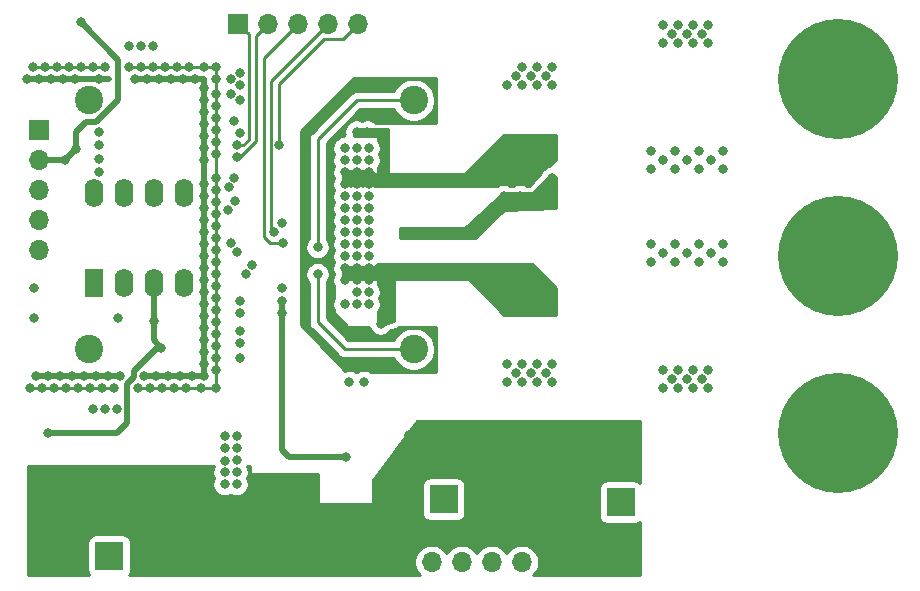
<source format=gbr>
%TF.GenerationSoftware,KiCad,Pcbnew,(5.1.9)-1*%
%TF.CreationDate,2021-11-06T22:46:36-05:00*%
%TF.ProjectId,Discrete_Channel,44697363-7265-4746-955f-4368616e6e65,rev?*%
%TF.SameCoordinates,Original*%
%TF.FileFunction,Copper,L2,Inr*%
%TF.FilePolarity,Positive*%
%FSLAX46Y46*%
G04 Gerber Fmt 4.6, Leading zero omitted, Abs format (unit mm)*
G04 Created by KiCad (PCBNEW (5.1.9)-1) date 2021-11-06 22:46:36*
%MOMM*%
%LPD*%
G01*
G04 APERTURE LIST*
%TA.AperFunction,ComponentPad*%
%ADD10R,2.400000X2.400000*%
%TD*%
%TA.AperFunction,ComponentPad*%
%ADD11C,2.400000*%
%TD*%
%TA.AperFunction,ComponentPad*%
%ADD12R,1.700000X1.700000*%
%TD*%
%TA.AperFunction,ComponentPad*%
%ADD13O,1.700000X1.700000*%
%TD*%
%TA.AperFunction,ComponentPad*%
%ADD14R,1.600000X2.400000*%
%TD*%
%TA.AperFunction,ComponentPad*%
%ADD15O,1.600000X2.400000*%
%TD*%
%TA.AperFunction,ComponentPad*%
%ADD16C,10.160000*%
%TD*%
%TA.AperFunction,ViaPad*%
%ADD17C,0.800000*%
%TD*%
%TA.AperFunction,Conductor*%
%ADD18C,0.250000*%
%TD*%
%TA.AperFunction,Conductor*%
%ADD19C,0.500000*%
%TD*%
%TA.AperFunction,Conductor*%
%ADD20C,0.254000*%
%TD*%
%TA.AperFunction,Conductor*%
%ADD21C,0.100000*%
%TD*%
%TA.AperFunction,NonConductor*%
%ADD22C,0.254000*%
%TD*%
%TA.AperFunction,NonConductor*%
%ADD23C,0.100000*%
%TD*%
G04 APERTURE END LIST*
D10*
%TO.N,/PVDD*%
%TO.C,C1*%
X158496000Y-121666000D03*
D11*
%TO.N,GND*%
X158496000Y-116666000D03*
%TD*%
%TO.N,GND*%
%TO.C,C2*%
X173482000Y-116920000D03*
D10*
%TO.N,/PVDD*%
X173482000Y-121920000D03*
%TD*%
%TO.N,/+12V*%
%TO.C,C17*%
X130175000Y-126492000D03*
D11*
%TO.N,GND*%
X130175000Y-121492000D03*
%TD*%
D12*
%TO.N,/~FAULT*%
%TO.C,J1*%
X141097000Y-81407000D03*
D13*
%TO.N,/~RESET*%
X143637000Y-81407000D03*
%TO.N,/OSC_IOM*%
X146177000Y-81407000D03*
%TO.N,/OSC_IOP*%
X148717000Y-81407000D03*
%TO.N,/~ERROR*%
X151257000Y-81407000D03*
%TD*%
%TO.N,/IN_A*%
%TO.C,J3*%
X124206000Y-100584000D03*
%TO.N,/IN_B*%
X124206000Y-98044000D03*
%TO.N,VEE*%
X124206000Y-95504000D03*
%TO.N,GNDA*%
X124206000Y-92964000D03*
D12*
%TO.N,VCC*%
X124206000Y-90424000D03*
%TD*%
%TO.N,GND*%
%TO.C,J2*%
X154940000Y-127000000D03*
D13*
%TO.N,/+12V*%
X157480000Y-127000000D03*
X160020000Y-127000000D03*
%TO.N,/PVDD*%
X162560000Y-127000000D03*
X165100000Y-127000000D03*
%TO.N,GND*%
X167640000Y-127000000D03*
%TD*%
D11*
%TO.N,Net-(C20-Pad1)*%
%TO.C,C20*%
X155956000Y-108966000D03*
%TO.N,/FB_A*%
X128456000Y-108966000D03*
%TD*%
%TO.N,/FB_B*%
%TO.C,C21*%
X128456000Y-87884000D03*
%TO.N,Net-(C21-Pad1)*%
X155956000Y-87884000D03*
%TD*%
D14*
%TO.N,/FB_A*%
%TO.C,U2*%
X128905000Y-103378000D03*
D15*
%TO.N,GNDA*%
X136525000Y-95758000D03*
%TO.N,Net-(C19-Pad1)*%
X131445000Y-103378000D03*
%TO.N,Net-(C18-Pad1)*%
X133985000Y-95758000D03*
%TO.N,GNDA*%
X133985000Y-103378000D03*
%TO.N,/FB_B*%
X131445000Y-95758000D03*
%TO.N,VEE*%
X136525000Y-103378000D03*
%TO.N,VCC*%
X128905000Y-95758000D03*
%TD*%
D16*
%TO.N,/SPEAKER+*%
%TO.C,J4*%
X191897000Y-86106000D03*
%TO.N,/SPEAKER-*%
X191897000Y-116076000D03*
%TO.N,GND*%
X191897000Y-101096000D03*
%TD*%
D17*
%TO.N,GNDA*%
X123190000Y-86106000D03*
X124206000Y-86106000D03*
X125222000Y-86106000D03*
X126238000Y-86106000D03*
X127254000Y-86106000D03*
X129286000Y-86106000D03*
X132334000Y-86106000D03*
X133350000Y-86106000D03*
X134366000Y-86106000D03*
X135382000Y-86106000D03*
X136398000Y-86106000D03*
X137414000Y-86106000D03*
X138176000Y-86868000D03*
X138176000Y-87884000D03*
X138176000Y-88900000D03*
X138176000Y-89916000D03*
X138176000Y-90932000D03*
X138176000Y-91948000D03*
X138176000Y-94996000D03*
X138176000Y-96012000D03*
X138176000Y-97028000D03*
X138176000Y-98044000D03*
X138176000Y-99060000D03*
X138176000Y-100076000D03*
X138176000Y-101092000D03*
X138176000Y-102108000D03*
X138176000Y-103124000D03*
X138176000Y-104140000D03*
X138176000Y-105156000D03*
X138176000Y-106172000D03*
X138176000Y-107188000D03*
X138176000Y-108204000D03*
X138176000Y-109220000D03*
X138176000Y-110236000D03*
X138176000Y-111252000D03*
X137160000Y-111252000D03*
X136144000Y-111252000D03*
X135128000Y-111252000D03*
X134112000Y-111252000D03*
X133096000Y-111252000D03*
X131064000Y-111252000D03*
X130048000Y-111252000D03*
X129032000Y-111252000D03*
X128016000Y-111252000D03*
X127000000Y-111252000D03*
X125984000Y-111252000D03*
X124968000Y-111252000D03*
X123952000Y-111252000D03*
%TO.N,*%
X123444000Y-112268000D03*
X124460000Y-112268000D03*
X125476000Y-112268000D03*
X126492000Y-112268000D03*
X127508000Y-112268000D03*
X128524000Y-112268000D03*
X129540000Y-112268000D03*
X130556000Y-112268000D03*
X132588000Y-112268000D03*
X133604000Y-112268000D03*
X134620000Y-112268000D03*
X135636000Y-112268000D03*
X136652000Y-112268000D03*
X137922000Y-112268000D03*
X139192000Y-112268000D03*
X139192000Y-110744000D03*
X139192000Y-109728000D03*
X139192000Y-108712000D03*
X139192000Y-106680000D03*
X139192000Y-107696000D03*
X139192000Y-105664000D03*
X139192000Y-104648000D03*
X139192000Y-103632000D03*
X139192000Y-102616000D03*
X139192000Y-101600000D03*
X139192000Y-100584000D03*
X139192000Y-99568000D03*
X139192000Y-98552000D03*
X139192000Y-97536000D03*
X139192000Y-96520000D03*
X139192000Y-95504000D03*
X139192000Y-94488000D03*
X139192000Y-92456000D03*
X139192000Y-91440000D03*
X139192000Y-90424000D03*
X139192000Y-89408000D03*
X139192000Y-88392000D03*
X139192000Y-87376000D03*
X139192000Y-86106000D03*
X138176000Y-85090000D03*
X136906000Y-85090000D03*
X135890000Y-85090000D03*
X134874000Y-85090000D03*
X133858000Y-85090000D03*
X132842000Y-85090000D03*
X131826000Y-85090000D03*
X128778000Y-85090000D03*
X127762000Y-85090000D03*
X126746000Y-85090000D03*
X125730000Y-85090000D03*
X124714000Y-85090000D03*
X123698000Y-85090000D03*
X139192000Y-85090000D03*
X129794000Y-85090000D03*
%TO.N,GNDA*%
X138176000Y-92964000D03*
X124968000Y-116078000D03*
X127762000Y-81280000D03*
%TO.N,/+12V*%
X139954000Y-117348000D03*
X139954000Y-116332000D03*
X140970000Y-116332000D03*
X140970000Y-117348000D03*
X140970000Y-118364000D03*
%TO.N,/OUT_D*%
X152019000Y-90551000D03*
X151130000Y-90551000D03*
%TO.N,/OUT_A*%
X154051000Y-106299000D03*
X153162000Y-106807000D03*
%TO.N,/OUT_B*%
X160274000Y-99060000D03*
X159258000Y-99060000D03*
X167005000Y-95250000D03*
X164211000Y-96774000D03*
X165735000Y-96774000D03*
X167132000Y-96774000D03*
X167640000Y-94488000D03*
X167640000Y-96012000D03*
X166370000Y-96012000D03*
X164973000Y-96012000D03*
X163576000Y-96012000D03*
%TO.N,/OUT_A*%
X167005000Y-104902000D03*
X165735000Y-104902000D03*
X164465000Y-104902000D03*
%TO.N,/SPEAKER+*%
X177038000Y-81534000D03*
X180848000Y-83058000D03*
X178308000Y-81534000D03*
X179578000Y-81534000D03*
X178308000Y-83058000D03*
X180848000Y-81534000D03*
X179578000Y-83058000D03*
X177038000Y-83058000D03*
X180340000Y-82296000D03*
X177800000Y-82296000D03*
X179070000Y-82296000D03*
%TO.N,/SPEAKER-*%
X177038000Y-110744000D03*
X180848000Y-112268000D03*
X178308000Y-110744000D03*
X179578000Y-110744000D03*
X178308000Y-112268000D03*
X180848000Y-110744000D03*
X179578000Y-112268000D03*
X177038000Y-112268000D03*
X180340000Y-111506000D03*
X177800000Y-111506000D03*
X179070000Y-111506000D03*
X163830000Y-110236000D03*
X167640000Y-111760000D03*
X165100000Y-110236000D03*
X166370000Y-110236000D03*
X165100000Y-111760000D03*
X167640000Y-110236000D03*
X166370000Y-111760000D03*
X163830000Y-111760000D03*
X167132000Y-110998000D03*
X164592000Y-110998000D03*
X165862000Y-110998000D03*
%TO.N,/SPEAKER+*%
X167640000Y-86614000D03*
X165100000Y-85090000D03*
X166370000Y-85090000D03*
X165100000Y-86614000D03*
X167640000Y-85090000D03*
X166370000Y-86614000D03*
X163830000Y-86614000D03*
X167132000Y-85852000D03*
X164592000Y-85852000D03*
X165862000Y-85852000D03*
%TO.N,/OUT_D*%
X167132000Y-91948000D03*
X165862000Y-91948000D03*
X164592000Y-91948000D03*
%TO.N,GND*%
X176022000Y-101600000D03*
X180086000Y-100076000D03*
X178054000Y-101600000D03*
X178054000Y-100076000D03*
X180086000Y-101600000D03*
X181102000Y-100838000D03*
X182118000Y-100076000D03*
X182118000Y-101600000D03*
X177038000Y-100838000D03*
X176022000Y-100076000D03*
X179070000Y-100838000D03*
X176022000Y-92202000D03*
X178054000Y-92202000D03*
X180086000Y-92202000D03*
X182118000Y-92202000D03*
X180086000Y-93726000D03*
X178054000Y-93726000D03*
X181102000Y-92964000D03*
X179070000Y-92964000D03*
X177038000Y-92964000D03*
X176022000Y-93726000D03*
X141224000Y-105918000D03*
X141224000Y-104902000D03*
X141732000Y-102616000D03*
X142240000Y-101854000D03*
X140970000Y-100711000D03*
X140462000Y-99949000D03*
X140208000Y-97155000D03*
X140843000Y-96393000D03*
X140335000Y-95250000D03*
X140716000Y-94488000D03*
X140716000Y-89662000D03*
X141224000Y-90678000D03*
%TO.N,/+12V*%
X141224000Y-86614000D03*
X141224000Y-85598000D03*
X141224000Y-87884000D03*
X140462000Y-86106000D03*
X140462000Y-87376000D03*
X141224000Y-107442000D03*
X141224000Y-109728000D03*
X141224000Y-108458000D03*
X139954000Y-119380000D03*
X139954000Y-120396000D03*
X140970000Y-120396000D03*
X140970000Y-119380000D03*
%TO.N,/PVDD*%
X152146000Y-96012000D03*
X151130000Y-97028000D03*
X152146000Y-97028000D03*
X150114000Y-97028000D03*
X150114000Y-96012000D03*
X151130000Y-96012000D03*
X152146000Y-101092000D03*
X150114000Y-101092000D03*
X152146000Y-100076000D03*
X151130000Y-101092000D03*
X151130000Y-100076000D03*
X150114000Y-100076000D03*
%TO.N,GND*%
X151130000Y-105156000D03*
X150114000Y-105156000D03*
X152146000Y-98044000D03*
X151130000Y-98044000D03*
X150114000Y-98044000D03*
X150114000Y-99060000D03*
X151130000Y-99060000D03*
X152146000Y-99060000D03*
X151130000Y-91948000D03*
X150114000Y-91948000D03*
X151130000Y-104140000D03*
X152146000Y-105156000D03*
X151130000Y-92964000D03*
X152146000Y-92964000D03*
X150114000Y-92964000D03*
X152146000Y-91948000D03*
X152146000Y-104140000D03*
X182118000Y-93726000D03*
X142875000Y-120015000D03*
X144145000Y-120015000D03*
X144145000Y-121285000D03*
X142875000Y-121285000D03*
X142875000Y-122555000D03*
X144145000Y-122555000D03*
X142875000Y-123825000D03*
X144145000Y-123825000D03*
X144145000Y-125095000D03*
X142875000Y-125095000D03*
X141605000Y-123825000D03*
X141605000Y-125095000D03*
X141605000Y-122555000D03*
X140335000Y-122555000D03*
X140335000Y-123825000D03*
X140335000Y-125095000D03*
X154305000Y-118745000D03*
X155575000Y-118745000D03*
X156845000Y-118745000D03*
X158115000Y-118745000D03*
X159385000Y-118745000D03*
X160655000Y-118745000D03*
X161925000Y-118745000D03*
X163195000Y-118745000D03*
X164465000Y-118745000D03*
X165735000Y-118745000D03*
X167005000Y-118745000D03*
X168275000Y-118745000D03*
X169545000Y-118745000D03*
X170815000Y-118745000D03*
X172085000Y-118745000D03*
X173355000Y-118745000D03*
X174625000Y-118745000D03*
X170815000Y-117475000D03*
X169545000Y-117475000D03*
X168275000Y-117475000D03*
X167005000Y-117475000D03*
X165735000Y-117475000D03*
X164465000Y-117475000D03*
X163195000Y-117475000D03*
X161925000Y-117475000D03*
X160655000Y-117475000D03*
X160655000Y-116205000D03*
X161925000Y-116205000D03*
X156845000Y-116205000D03*
X156845000Y-117475000D03*
X155575000Y-117475000D03*
X155575000Y-116205000D03*
X170815000Y-116205000D03*
X150495000Y-111760000D03*
X151765000Y-111760000D03*
%TO.N,VCC*%
X129286000Y-93980000D03*
X129286000Y-92837000D03*
X129286000Y-91694000D03*
X129286000Y-90551000D03*
%TO.N,Net-(C14-Pad2)*%
X144780000Y-104902000D03*
X144780000Y-105918000D03*
X150238000Y-118110000D03*
%TO.N,/+12V*%
X140019000Y-118429000D03*
%TO.N,Net-(C19-Pad1)*%
X130958500Y-106299000D03*
X123841000Y-106299000D03*
X123841000Y-103759000D03*
%TO.N,/FB_A*%
X131826000Y-83333500D03*
X133874000Y-83312000D03*
X132842000Y-83312000D03*
%TO.N,/FB_B*%
X130826000Y-114046000D03*
X129794000Y-114046000D03*
X128778000Y-114024500D03*
%TO.N,Net-(C20-Pad1)*%
X147828000Y-102616000D03*
%TO.N,Net-(C21-Pad1)*%
X147828000Y-100330000D03*
%TO.N,/OUT_A*%
X163830000Y-104140000D03*
X167640000Y-104140000D03*
X166370000Y-104140000D03*
X165100000Y-104140000D03*
X152146000Y-103124000D03*
X163830000Y-105664000D03*
X150114000Y-103124000D03*
X165100000Y-105664000D03*
X167640000Y-105664000D03*
X151130000Y-102108000D03*
X150114000Y-102108000D03*
X151130000Y-103124000D03*
X152146000Y-102108000D03*
X166370000Y-105664000D03*
%TO.N,/OUT_B*%
X155194000Y-99060000D03*
X156210000Y-99060000D03*
X157226000Y-99060000D03*
X158242000Y-99060000D03*
%TO.N,/OUT_D*%
X152146000Y-93980000D03*
X152146000Y-94996000D03*
X151130000Y-94996000D03*
X151130000Y-93980000D03*
X150114000Y-94996000D03*
X150114000Y-93980000D03*
X165100000Y-91186000D03*
X166370000Y-91186000D03*
X167640000Y-91186000D03*
X165100000Y-92710000D03*
X166370000Y-92710000D03*
X167640000Y-92710000D03*
X163830000Y-91186000D03*
X163830000Y-92710000D03*
%TO.N,/OSC_IOP*%
X144145000Y-99060000D03*
%TO.N,/OSC_IOM*%
X144907000Y-99949000D03*
%TO.N,/~ERROR*%
X144526000Y-91694000D03*
%TO.N,/~FAULT*%
X140970000Y-91694000D03*
%TO.N,/~RESET*%
X140970000Y-92710000D03*
%TO.N,GNDA*%
X127381000Y-92036500D03*
X126453500Y-92964000D03*
X134598500Y-108839000D03*
X133985000Y-106553000D03*
%TO.N,/DVDD*%
X144780000Y-98298000D03*
X144840942Y-103819942D03*
%TD*%
D18*
%TO.N,GNDA*%
X138176000Y-86106000D02*
X138176000Y-92964000D01*
X138176000Y-92964000D02*
X138176000Y-94996000D01*
%TO.N,*%
X129794000Y-85090000D02*
X123698000Y-85090000D01*
X139192000Y-85090000D02*
X139192000Y-112268000D01*
X139192000Y-112268000D02*
X132588000Y-112268000D01*
X130556000Y-112268000D02*
X123444000Y-112268000D01*
X139192000Y-85090000D02*
X131826000Y-85090000D01*
D19*
%TO.N,Net-(C14-Pad2)*%
X144780000Y-105918000D02*
X144780000Y-104902000D01*
X145415000Y-118110000D02*
X150238000Y-118110000D01*
X144780000Y-117475000D02*
X145415000Y-118110000D01*
X144780000Y-105918000D02*
X144780000Y-117475000D01*
D18*
%TO.N,Net-(C20-Pad1)*%
X155956000Y-108966000D02*
X150114000Y-108966000D01*
X147828000Y-106680000D02*
X147828000Y-102616000D01*
X150114000Y-108966000D02*
X147828000Y-106680000D01*
%TO.N,Net-(C21-Pad1)*%
X155956000Y-87884000D02*
X151130000Y-87884000D01*
X147828000Y-91186000D02*
X147828000Y-100330000D01*
X151130000Y-87884000D02*
X147828000Y-91186000D01*
%TO.N,/OUT_A*%
X167640000Y-104140000D02*
X167640000Y-105410000D01*
X167386000Y-105664000D02*
X163830000Y-105664000D01*
X167640000Y-105410000D02*
X167386000Y-105664000D01*
X167640000Y-104140000D02*
X163830000Y-104140000D01*
X163830000Y-104140000D02*
X163830000Y-105664000D01*
X154051000Y-104013000D02*
X154051000Y-106299000D01*
X152146000Y-102108000D02*
X154051000Y-104013000D01*
X151130000Y-103124000D02*
X151130000Y-102108000D01*
X150114000Y-102108000D02*
X150114000Y-103124000D01*
%TO.N,/OUT_D*%
X167640000Y-92710000D02*
X167640000Y-91186000D01*
X167640000Y-91186000D02*
X163830000Y-91186000D01*
X163830000Y-92710000D02*
X167640000Y-92710000D01*
X163830000Y-92710000D02*
X163830000Y-91186000D01*
%TO.N,/OSC_IOP*%
X144145000Y-98933000D02*
X143891000Y-98679000D01*
X143900999Y-86223001D02*
X148717000Y-81407000D01*
X143900999Y-91938001D02*
X143900999Y-86223001D01*
X143891000Y-98679000D02*
X143891000Y-91948000D01*
%TO.N,/OSC_IOM*%
X144907000Y-99949000D02*
X143764000Y-99949000D01*
X143764000Y-99949000D02*
X143256000Y-99441000D01*
X143256000Y-84328000D02*
X146177000Y-81407000D01*
X143256000Y-85979000D02*
X143256000Y-84328000D01*
X143256000Y-99441000D02*
X143256000Y-85979000D01*
%TO.N,/~ERROR*%
X144526000Y-91694000D02*
X144526000Y-86487000D01*
X144526000Y-86487000D02*
X148336000Y-82677000D01*
X149987000Y-82677000D02*
X148336000Y-82677000D01*
X151257000Y-81407000D02*
X149987000Y-82677000D01*
%TO.N,/~FAULT*%
X141535685Y-91694000D02*
X141986000Y-91243685D01*
X140970000Y-91694000D02*
X141535685Y-91694000D01*
X141986000Y-82296000D02*
X141097000Y-81407000D01*
X141986000Y-91243685D02*
X141986000Y-82296000D01*
%TO.N,/~RESET*%
X140970000Y-92710000D02*
X141224000Y-92710000D01*
X142621000Y-91313000D02*
X142621000Y-82423000D01*
X141224000Y-92710000D02*
X142621000Y-91313000D01*
X142621000Y-82423000D02*
X143637000Y-81407000D01*
D19*
%TO.N,GNDA*%
X127381000Y-90551000D02*
X127381000Y-92036500D01*
X128231001Y-89700999D02*
X127381000Y-90551000D01*
X129081003Y-89700999D02*
X128231001Y-89700999D01*
X130937000Y-87845002D02*
X129081003Y-89700999D01*
X130937000Y-84455000D02*
X130937000Y-87845002D01*
X127762000Y-81280000D02*
X130937000Y-84455000D01*
X127381000Y-92036500D02*
X126453500Y-92964000D01*
X126453500Y-92964000D02*
X124206000Y-92964000D01*
X124968000Y-116078000D02*
X130810000Y-116078000D01*
X130810000Y-116078000D02*
X131699000Y-115189000D01*
X134250998Y-108839000D02*
X134598500Y-108839000D01*
X132245999Y-110843999D02*
X134250998Y-108839000D01*
X132245999Y-111328003D02*
X132245999Y-110843999D01*
X131699000Y-111875002D02*
X132245999Y-111328003D01*
X131699000Y-115189000D02*
X131699000Y-111875002D01*
X134598500Y-108839000D02*
X134598500Y-108817500D01*
X133985000Y-108225500D02*
X134598500Y-108839000D01*
X133985000Y-106553000D02*
X133985000Y-108225500D01*
X133985000Y-106553000D02*
X133985000Y-103378000D01*
X138176000Y-96012000D02*
X138176000Y-111252000D01*
X132334000Y-86106000D02*
X138176000Y-86106000D01*
X138176000Y-92075000D02*
X138176000Y-96012000D01*
X138176000Y-86106000D02*
X138176000Y-92075000D01*
X123190000Y-86106000D02*
X130175000Y-86106000D01*
X133096000Y-111252000D02*
X138176000Y-111252000D01*
X131064000Y-111252000D02*
X123952000Y-111252000D01*
%TD*%
D20*
%TO.N,/OUT_D*%
X168021000Y-92909373D02*
X167423017Y-93475884D01*
X167338102Y-93492774D01*
X167149744Y-93570795D01*
X166980226Y-93684063D01*
X166836063Y-93828226D01*
X166722795Y-93997744D01*
X166644774Y-94186102D01*
X166638141Y-94219450D01*
X166521417Y-94330031D01*
X166514744Y-94332795D01*
X166345226Y-94446063D01*
X166201063Y-94590226D01*
X166122231Y-94708207D01*
X165684394Y-95123000D01*
X165505468Y-95123000D01*
X165463256Y-95094795D01*
X165274898Y-95016774D01*
X165074939Y-94977000D01*
X164871061Y-94977000D01*
X164671102Y-95016774D01*
X164482744Y-95094795D01*
X164440532Y-95123000D01*
X164108468Y-95123000D01*
X164066256Y-95094795D01*
X163877898Y-95016774D01*
X163677939Y-94977000D01*
X163474061Y-94977000D01*
X163274102Y-95016774D01*
X163085744Y-95094795D01*
X163043532Y-95123000D01*
X152678468Y-95123000D01*
X152636256Y-95094795D01*
X152447898Y-95016774D01*
X152247939Y-94977000D01*
X152044061Y-94977000D01*
X151844102Y-95016774D01*
X151655744Y-95094795D01*
X151638000Y-95106651D01*
X151620256Y-95094795D01*
X151431898Y-95016774D01*
X151231939Y-94977000D01*
X151028061Y-94977000D01*
X150828102Y-95016774D01*
X150639744Y-95094795D01*
X150622000Y-95106651D01*
X150604256Y-95094795D01*
X150415898Y-95016774D01*
X150215939Y-94977000D01*
X150012061Y-94977000D01*
X149987000Y-94981985D01*
X149987000Y-93994015D01*
X150012061Y-93999000D01*
X150215939Y-93999000D01*
X150415898Y-93959226D01*
X150604256Y-93881205D01*
X150622000Y-93869349D01*
X150639744Y-93881205D01*
X150828102Y-93959226D01*
X151028061Y-93999000D01*
X151231939Y-93999000D01*
X151431898Y-93959226D01*
X151620256Y-93881205D01*
X151638000Y-93869349D01*
X151655744Y-93881205D01*
X151844102Y-93959226D01*
X152044061Y-93999000D01*
X152247939Y-93999000D01*
X152447898Y-93959226D01*
X152451944Y-93957550D01*
X152564197Y-94069803D01*
X152583443Y-94085597D01*
X152605399Y-94097333D01*
X152629224Y-94104560D01*
X152654000Y-94107000D01*
X160274000Y-94107000D01*
X160298776Y-94104560D01*
X160322601Y-94097333D01*
X160344557Y-94085597D01*
X160363803Y-94069803D01*
X163628606Y-90805000D01*
X168021000Y-90805000D01*
X168021000Y-92909373D01*
%TA.AperFunction,Conductor*%
D21*
G36*
X168021000Y-92909373D02*
G01*
X167423017Y-93475884D01*
X167338102Y-93492774D01*
X167149744Y-93570795D01*
X166980226Y-93684063D01*
X166836063Y-93828226D01*
X166722795Y-93997744D01*
X166644774Y-94186102D01*
X166638141Y-94219450D01*
X166521417Y-94330031D01*
X166514744Y-94332795D01*
X166345226Y-94446063D01*
X166201063Y-94590226D01*
X166122231Y-94708207D01*
X165684394Y-95123000D01*
X165505468Y-95123000D01*
X165463256Y-95094795D01*
X165274898Y-95016774D01*
X165074939Y-94977000D01*
X164871061Y-94977000D01*
X164671102Y-95016774D01*
X164482744Y-95094795D01*
X164440532Y-95123000D01*
X164108468Y-95123000D01*
X164066256Y-95094795D01*
X163877898Y-95016774D01*
X163677939Y-94977000D01*
X163474061Y-94977000D01*
X163274102Y-95016774D01*
X163085744Y-95094795D01*
X163043532Y-95123000D01*
X152678468Y-95123000D01*
X152636256Y-95094795D01*
X152447898Y-95016774D01*
X152247939Y-94977000D01*
X152044061Y-94977000D01*
X151844102Y-95016774D01*
X151655744Y-95094795D01*
X151638000Y-95106651D01*
X151620256Y-95094795D01*
X151431898Y-95016774D01*
X151231939Y-94977000D01*
X151028061Y-94977000D01*
X150828102Y-95016774D01*
X150639744Y-95094795D01*
X150622000Y-95106651D01*
X150604256Y-95094795D01*
X150415898Y-95016774D01*
X150215939Y-94977000D01*
X150012061Y-94977000D01*
X149987000Y-94981985D01*
X149987000Y-93994015D01*
X150012061Y-93999000D01*
X150215939Y-93999000D01*
X150415898Y-93959226D01*
X150604256Y-93881205D01*
X150622000Y-93869349D01*
X150639744Y-93881205D01*
X150828102Y-93959226D01*
X151028061Y-93999000D01*
X151231939Y-93999000D01*
X151431898Y-93959226D01*
X151620256Y-93881205D01*
X151638000Y-93869349D01*
X151655744Y-93881205D01*
X151844102Y-93959226D01*
X152044061Y-93999000D01*
X152247939Y-93999000D01*
X152447898Y-93959226D01*
X152451944Y-93957550D01*
X152564197Y-94069803D01*
X152583443Y-94085597D01*
X152605399Y-94097333D01*
X152629224Y-94104560D01*
X152654000Y-94107000D01*
X160274000Y-94107000D01*
X160298776Y-94104560D01*
X160322601Y-94097333D01*
X160344557Y-94085597D01*
X160363803Y-94069803D01*
X163628606Y-90805000D01*
X168021000Y-90805000D01*
X168021000Y-92909373D01*
G37*
%TD.AperFunction*%
%TD*%
D22*
X147337744Y-101247205D02*
X147526102Y-101325226D01*
X147726061Y-101365000D01*
X147929939Y-101365000D01*
X148129898Y-101325226D01*
X148318256Y-101247205D01*
X148360468Y-101219000D01*
X149083985Y-101219000D01*
X149118774Y-101393898D01*
X149196795Y-101582256D01*
X149208651Y-101600000D01*
X149196795Y-101617744D01*
X149118774Y-101806102D01*
X149079000Y-102006061D01*
X149079000Y-102209939D01*
X149118774Y-102409898D01*
X149196795Y-102598256D01*
X149208651Y-102616000D01*
X149196795Y-102633744D01*
X149118774Y-102822102D01*
X149079000Y-103022061D01*
X149079000Y-103225939D01*
X149118774Y-103425898D01*
X149196795Y-103614256D01*
X149225000Y-103656468D01*
X149225000Y-104623532D01*
X149196795Y-104665744D01*
X149118774Y-104854102D01*
X149079000Y-105054061D01*
X149079000Y-105257939D01*
X149118774Y-105457898D01*
X149196795Y-105646256D01*
X149225000Y-105688468D01*
X149225000Y-105918000D01*
X149227440Y-105942776D01*
X149234667Y-105966601D01*
X149246403Y-105988557D01*
X149262197Y-106007803D01*
X150278197Y-107023803D01*
X150297443Y-107039597D01*
X150319399Y-107051333D01*
X150343224Y-107058560D01*
X150368000Y-107061000D01*
X152157247Y-107061000D01*
X152166774Y-107108898D01*
X152244795Y-107297256D01*
X152358063Y-107466774D01*
X152502226Y-107610937D01*
X152671744Y-107724205D01*
X152860102Y-107802226D01*
X153060061Y-107842000D01*
X153263939Y-107842000D01*
X153463898Y-107802226D01*
X153652256Y-107724205D01*
X153821774Y-107610937D01*
X153965937Y-107466774D01*
X154054654Y-107334000D01*
X154152939Y-107334000D01*
X154352898Y-107294226D01*
X154541256Y-107216205D01*
X154710774Y-107102937D01*
X154752711Y-107061000D01*
X157861000Y-107061000D01*
X157861000Y-110871000D01*
X152297468Y-110871000D01*
X152255256Y-110842795D01*
X152066898Y-110764774D01*
X151866939Y-110725000D01*
X151663061Y-110725000D01*
X151463102Y-110764774D01*
X151274744Y-110842795D01*
X151232532Y-110871000D01*
X151027468Y-110871000D01*
X150985256Y-110842795D01*
X150796898Y-110764774D01*
X150596939Y-110725000D01*
X150393061Y-110725000D01*
X150193102Y-110764774D01*
X150104025Y-110801671D01*
X146431000Y-106883778D01*
X146431000Y-102514061D01*
X146793000Y-102514061D01*
X146793000Y-102717939D01*
X146832774Y-102917898D01*
X146910795Y-103106256D01*
X147024063Y-103275774D01*
X147068001Y-103319712D01*
X147068000Y-106642677D01*
X147064324Y-106680000D01*
X147068000Y-106717322D01*
X147068000Y-106717332D01*
X147078997Y-106828985D01*
X147110845Y-106933974D01*
X147122454Y-106972246D01*
X147193026Y-107104276D01*
X147214958Y-107131000D01*
X147287999Y-107220001D01*
X147317003Y-107243804D01*
X149550201Y-109477003D01*
X149573999Y-109506001D01*
X149689724Y-109600974D01*
X149821753Y-109671546D01*
X149965014Y-109715003D01*
X150076667Y-109726000D01*
X150076676Y-109726000D01*
X150113999Y-109729676D01*
X150151322Y-109726000D01*
X154284612Y-109726000D01*
X154329844Y-109835199D01*
X154530662Y-110135744D01*
X154786256Y-110391338D01*
X155086801Y-110592156D01*
X155420750Y-110730482D01*
X155775268Y-110801000D01*
X156136732Y-110801000D01*
X156491250Y-110730482D01*
X156825199Y-110592156D01*
X157125744Y-110391338D01*
X157381338Y-110135744D01*
X157582156Y-109835199D01*
X157720482Y-109501250D01*
X157791000Y-109146732D01*
X157791000Y-108785268D01*
X157720482Y-108430750D01*
X157582156Y-108096801D01*
X157381338Y-107796256D01*
X157125744Y-107540662D01*
X156825199Y-107339844D01*
X156491250Y-107201518D01*
X156136732Y-107131000D01*
X155775268Y-107131000D01*
X155420750Y-107201518D01*
X155086801Y-107339844D01*
X154786256Y-107540662D01*
X154530662Y-107796256D01*
X154329844Y-108096801D01*
X154284612Y-108206000D01*
X150428802Y-108206000D01*
X148588000Y-106365199D01*
X148588000Y-103319711D01*
X148631937Y-103275774D01*
X148745205Y-103106256D01*
X148823226Y-102917898D01*
X148863000Y-102717939D01*
X148863000Y-102514061D01*
X148823226Y-102314102D01*
X148745205Y-102125744D01*
X148631937Y-101956226D01*
X148487774Y-101812063D01*
X148318256Y-101698795D01*
X148129898Y-101620774D01*
X147929939Y-101581000D01*
X147726061Y-101581000D01*
X147526102Y-101620774D01*
X147337744Y-101698795D01*
X147168226Y-101812063D01*
X147024063Y-101956226D01*
X146910795Y-102125744D01*
X146832774Y-102314102D01*
X146793000Y-102514061D01*
X146431000Y-102514061D01*
X146431000Y-101219000D01*
X147295532Y-101219000D01*
X147337744Y-101247205D01*
%TA.AperFunction,NonConductor*%
D23*
G36*
X147337744Y-101247205D02*
G01*
X147526102Y-101325226D01*
X147726061Y-101365000D01*
X147929939Y-101365000D01*
X148129898Y-101325226D01*
X148318256Y-101247205D01*
X148360468Y-101219000D01*
X149083985Y-101219000D01*
X149118774Y-101393898D01*
X149196795Y-101582256D01*
X149208651Y-101600000D01*
X149196795Y-101617744D01*
X149118774Y-101806102D01*
X149079000Y-102006061D01*
X149079000Y-102209939D01*
X149118774Y-102409898D01*
X149196795Y-102598256D01*
X149208651Y-102616000D01*
X149196795Y-102633744D01*
X149118774Y-102822102D01*
X149079000Y-103022061D01*
X149079000Y-103225939D01*
X149118774Y-103425898D01*
X149196795Y-103614256D01*
X149225000Y-103656468D01*
X149225000Y-104623532D01*
X149196795Y-104665744D01*
X149118774Y-104854102D01*
X149079000Y-105054061D01*
X149079000Y-105257939D01*
X149118774Y-105457898D01*
X149196795Y-105646256D01*
X149225000Y-105688468D01*
X149225000Y-105918000D01*
X149227440Y-105942776D01*
X149234667Y-105966601D01*
X149246403Y-105988557D01*
X149262197Y-106007803D01*
X150278197Y-107023803D01*
X150297443Y-107039597D01*
X150319399Y-107051333D01*
X150343224Y-107058560D01*
X150368000Y-107061000D01*
X152157247Y-107061000D01*
X152166774Y-107108898D01*
X152244795Y-107297256D01*
X152358063Y-107466774D01*
X152502226Y-107610937D01*
X152671744Y-107724205D01*
X152860102Y-107802226D01*
X153060061Y-107842000D01*
X153263939Y-107842000D01*
X153463898Y-107802226D01*
X153652256Y-107724205D01*
X153821774Y-107610937D01*
X153965937Y-107466774D01*
X154054654Y-107334000D01*
X154152939Y-107334000D01*
X154352898Y-107294226D01*
X154541256Y-107216205D01*
X154710774Y-107102937D01*
X154752711Y-107061000D01*
X157861000Y-107061000D01*
X157861000Y-110871000D01*
X152297468Y-110871000D01*
X152255256Y-110842795D01*
X152066898Y-110764774D01*
X151866939Y-110725000D01*
X151663061Y-110725000D01*
X151463102Y-110764774D01*
X151274744Y-110842795D01*
X151232532Y-110871000D01*
X151027468Y-110871000D01*
X150985256Y-110842795D01*
X150796898Y-110764774D01*
X150596939Y-110725000D01*
X150393061Y-110725000D01*
X150193102Y-110764774D01*
X150104025Y-110801671D01*
X146431000Y-106883778D01*
X146431000Y-102514061D01*
X146793000Y-102514061D01*
X146793000Y-102717939D01*
X146832774Y-102917898D01*
X146910795Y-103106256D01*
X147024063Y-103275774D01*
X147068001Y-103319712D01*
X147068000Y-106642677D01*
X147064324Y-106680000D01*
X147068000Y-106717322D01*
X147068000Y-106717332D01*
X147078997Y-106828985D01*
X147110845Y-106933974D01*
X147122454Y-106972246D01*
X147193026Y-107104276D01*
X147214958Y-107131000D01*
X147287999Y-107220001D01*
X147317003Y-107243804D01*
X149550201Y-109477003D01*
X149573999Y-109506001D01*
X149689724Y-109600974D01*
X149821753Y-109671546D01*
X149965014Y-109715003D01*
X150076667Y-109726000D01*
X150076676Y-109726000D01*
X150113999Y-109729676D01*
X150151322Y-109726000D01*
X154284612Y-109726000D01*
X154329844Y-109835199D01*
X154530662Y-110135744D01*
X154786256Y-110391338D01*
X155086801Y-110592156D01*
X155420750Y-110730482D01*
X155775268Y-110801000D01*
X156136732Y-110801000D01*
X156491250Y-110730482D01*
X156825199Y-110592156D01*
X157125744Y-110391338D01*
X157381338Y-110135744D01*
X157582156Y-109835199D01*
X157720482Y-109501250D01*
X157791000Y-109146732D01*
X157791000Y-108785268D01*
X157720482Y-108430750D01*
X157582156Y-108096801D01*
X157381338Y-107796256D01*
X157125744Y-107540662D01*
X156825199Y-107339844D01*
X156491250Y-107201518D01*
X156136732Y-107131000D01*
X155775268Y-107131000D01*
X155420750Y-107201518D01*
X155086801Y-107339844D01*
X154786256Y-107540662D01*
X154530662Y-107796256D01*
X154329844Y-108096801D01*
X154284612Y-108206000D01*
X150428802Y-108206000D01*
X148588000Y-106365199D01*
X148588000Y-103319711D01*
X148631937Y-103275774D01*
X148745205Y-103106256D01*
X148823226Y-102917898D01*
X148863000Y-102717939D01*
X148863000Y-102514061D01*
X148823226Y-102314102D01*
X148745205Y-102125744D01*
X148631937Y-101956226D01*
X148487774Y-101812063D01*
X148318256Y-101698795D01*
X148129898Y-101620774D01*
X147929939Y-101581000D01*
X147726061Y-101581000D01*
X147526102Y-101620774D01*
X147337744Y-101698795D01*
X147168226Y-101812063D01*
X147024063Y-101956226D01*
X146910795Y-102125744D01*
X146832774Y-102314102D01*
X146793000Y-102514061D01*
X146431000Y-102514061D01*
X146431000Y-101219000D01*
X147295532Y-101219000D01*
X147337744Y-101247205D01*
G37*
%TD.AperFunction*%
D22*
X157861000Y-89789000D02*
X152720711Y-89789000D01*
X152678774Y-89747063D01*
X152509256Y-89633795D01*
X152320898Y-89555774D01*
X152120939Y-89516000D01*
X151917061Y-89516000D01*
X151717102Y-89555774D01*
X151574500Y-89614842D01*
X151431898Y-89555774D01*
X151231939Y-89516000D01*
X151028061Y-89516000D01*
X150828102Y-89555774D01*
X150639744Y-89633795D01*
X150470226Y-89747063D01*
X150326063Y-89891226D01*
X150212795Y-90060744D01*
X150134774Y-90249102D01*
X150095000Y-90449061D01*
X150095000Y-90652939D01*
X150114653Y-90751741D01*
X149938827Y-90927567D01*
X149812102Y-90952774D01*
X149623744Y-91030795D01*
X149454226Y-91144063D01*
X149310063Y-91288226D01*
X149196795Y-91457744D01*
X149118774Y-91646102D01*
X149079000Y-91846061D01*
X149079000Y-92049939D01*
X149118774Y-92249898D01*
X149196795Y-92438256D01*
X149208651Y-92456000D01*
X149196795Y-92473744D01*
X149118774Y-92662102D01*
X149079000Y-92862061D01*
X149079000Y-93065939D01*
X149118774Y-93265898D01*
X149196795Y-93454256D01*
X149208651Y-93472000D01*
X149196795Y-93489744D01*
X149118774Y-93678102D01*
X149079000Y-93878061D01*
X149079000Y-94081939D01*
X149118774Y-94281898D01*
X149196795Y-94470256D01*
X149208651Y-94488000D01*
X149196795Y-94505744D01*
X149118774Y-94694102D01*
X149079000Y-94894061D01*
X149079000Y-95097939D01*
X149118774Y-95297898D01*
X149196795Y-95486256D01*
X149208651Y-95504000D01*
X149196795Y-95521744D01*
X149118774Y-95710102D01*
X149079000Y-95910061D01*
X149079000Y-96113939D01*
X149118774Y-96313898D01*
X149196795Y-96502256D01*
X149208651Y-96520000D01*
X149196795Y-96537744D01*
X149118774Y-96726102D01*
X149079000Y-96926061D01*
X149079000Y-97129939D01*
X149118774Y-97329898D01*
X149196795Y-97518256D01*
X149208651Y-97536000D01*
X149196795Y-97553744D01*
X149118774Y-97742102D01*
X149079000Y-97942061D01*
X149079000Y-98145939D01*
X149118774Y-98345898D01*
X149196795Y-98534256D01*
X149208651Y-98552000D01*
X149196795Y-98569744D01*
X149118774Y-98758102D01*
X149079000Y-98958061D01*
X149079000Y-99161939D01*
X149118774Y-99361898D01*
X149196795Y-99550256D01*
X149208651Y-99568000D01*
X149196795Y-99585744D01*
X149118774Y-99774102D01*
X149079000Y-99974061D01*
X149079000Y-100177939D01*
X149118774Y-100377898D01*
X149196795Y-100566256D01*
X149208651Y-100584000D01*
X149196795Y-100601744D01*
X149118774Y-100790102D01*
X149079000Y-100990061D01*
X149079000Y-101193939D01*
X149118774Y-101393898D01*
X149151539Y-101473000D01*
X146431000Y-101473000D01*
X146431000Y-100228061D01*
X146793000Y-100228061D01*
X146793000Y-100431939D01*
X146832774Y-100631898D01*
X146910795Y-100820256D01*
X147024063Y-100989774D01*
X147168226Y-101133937D01*
X147337744Y-101247205D01*
X147526102Y-101325226D01*
X147726061Y-101365000D01*
X147929939Y-101365000D01*
X148129898Y-101325226D01*
X148318256Y-101247205D01*
X148487774Y-101133937D01*
X148631937Y-100989774D01*
X148745205Y-100820256D01*
X148823226Y-100631898D01*
X148863000Y-100431939D01*
X148863000Y-100228061D01*
X148823226Y-100028102D01*
X148745205Y-99839744D01*
X148631937Y-99670226D01*
X148588000Y-99626289D01*
X148588000Y-91500801D01*
X151444802Y-88644000D01*
X154284612Y-88644000D01*
X154329844Y-88753199D01*
X154530662Y-89053744D01*
X154786256Y-89309338D01*
X155086801Y-89510156D01*
X155420750Y-89648482D01*
X155775268Y-89719000D01*
X156136732Y-89719000D01*
X156491250Y-89648482D01*
X156825199Y-89510156D01*
X157125744Y-89309338D01*
X157381338Y-89053744D01*
X157582156Y-88753199D01*
X157720482Y-88419250D01*
X157791000Y-88064732D01*
X157791000Y-87703268D01*
X157720482Y-87348750D01*
X157582156Y-87014801D01*
X157381338Y-86714256D01*
X157125744Y-86458662D01*
X156825199Y-86257844D01*
X156491250Y-86119518D01*
X156136732Y-86049000D01*
X155775268Y-86049000D01*
X155420750Y-86119518D01*
X155086801Y-86257844D01*
X154786256Y-86458662D01*
X154530662Y-86714256D01*
X154329844Y-87014801D01*
X154284612Y-87124000D01*
X151167322Y-87124000D01*
X151129999Y-87120324D01*
X151092676Y-87124000D01*
X151092667Y-87124000D01*
X150981014Y-87134997D01*
X150837753Y-87178454D01*
X150705724Y-87249026D01*
X150589999Y-87343999D01*
X150566201Y-87372997D01*
X147317003Y-90622196D01*
X147287999Y-90645999D01*
X147232871Y-90713174D01*
X147193026Y-90761724D01*
X147144292Y-90852898D01*
X147122454Y-90893754D01*
X147078997Y-91037015D01*
X147068000Y-91148668D01*
X147068000Y-91148678D01*
X147064324Y-91186000D01*
X147068000Y-91223322D01*
X147068001Y-99626288D01*
X147024063Y-99670226D01*
X146910795Y-99839744D01*
X146832774Y-100028102D01*
X146793000Y-100228061D01*
X146431000Y-100228061D01*
X146431000Y-90476606D01*
X150928606Y-85979000D01*
X157861000Y-85979000D01*
X157861000Y-89789000D01*
%TA.AperFunction,NonConductor*%
D23*
G36*
X157861000Y-89789000D02*
G01*
X152720711Y-89789000D01*
X152678774Y-89747063D01*
X152509256Y-89633795D01*
X152320898Y-89555774D01*
X152120939Y-89516000D01*
X151917061Y-89516000D01*
X151717102Y-89555774D01*
X151574500Y-89614842D01*
X151431898Y-89555774D01*
X151231939Y-89516000D01*
X151028061Y-89516000D01*
X150828102Y-89555774D01*
X150639744Y-89633795D01*
X150470226Y-89747063D01*
X150326063Y-89891226D01*
X150212795Y-90060744D01*
X150134774Y-90249102D01*
X150095000Y-90449061D01*
X150095000Y-90652939D01*
X150114653Y-90751741D01*
X149938827Y-90927567D01*
X149812102Y-90952774D01*
X149623744Y-91030795D01*
X149454226Y-91144063D01*
X149310063Y-91288226D01*
X149196795Y-91457744D01*
X149118774Y-91646102D01*
X149079000Y-91846061D01*
X149079000Y-92049939D01*
X149118774Y-92249898D01*
X149196795Y-92438256D01*
X149208651Y-92456000D01*
X149196795Y-92473744D01*
X149118774Y-92662102D01*
X149079000Y-92862061D01*
X149079000Y-93065939D01*
X149118774Y-93265898D01*
X149196795Y-93454256D01*
X149208651Y-93472000D01*
X149196795Y-93489744D01*
X149118774Y-93678102D01*
X149079000Y-93878061D01*
X149079000Y-94081939D01*
X149118774Y-94281898D01*
X149196795Y-94470256D01*
X149208651Y-94488000D01*
X149196795Y-94505744D01*
X149118774Y-94694102D01*
X149079000Y-94894061D01*
X149079000Y-95097939D01*
X149118774Y-95297898D01*
X149196795Y-95486256D01*
X149208651Y-95504000D01*
X149196795Y-95521744D01*
X149118774Y-95710102D01*
X149079000Y-95910061D01*
X149079000Y-96113939D01*
X149118774Y-96313898D01*
X149196795Y-96502256D01*
X149208651Y-96520000D01*
X149196795Y-96537744D01*
X149118774Y-96726102D01*
X149079000Y-96926061D01*
X149079000Y-97129939D01*
X149118774Y-97329898D01*
X149196795Y-97518256D01*
X149208651Y-97536000D01*
X149196795Y-97553744D01*
X149118774Y-97742102D01*
X149079000Y-97942061D01*
X149079000Y-98145939D01*
X149118774Y-98345898D01*
X149196795Y-98534256D01*
X149208651Y-98552000D01*
X149196795Y-98569744D01*
X149118774Y-98758102D01*
X149079000Y-98958061D01*
X149079000Y-99161939D01*
X149118774Y-99361898D01*
X149196795Y-99550256D01*
X149208651Y-99568000D01*
X149196795Y-99585744D01*
X149118774Y-99774102D01*
X149079000Y-99974061D01*
X149079000Y-100177939D01*
X149118774Y-100377898D01*
X149196795Y-100566256D01*
X149208651Y-100584000D01*
X149196795Y-100601744D01*
X149118774Y-100790102D01*
X149079000Y-100990061D01*
X149079000Y-101193939D01*
X149118774Y-101393898D01*
X149151539Y-101473000D01*
X146431000Y-101473000D01*
X146431000Y-100228061D01*
X146793000Y-100228061D01*
X146793000Y-100431939D01*
X146832774Y-100631898D01*
X146910795Y-100820256D01*
X147024063Y-100989774D01*
X147168226Y-101133937D01*
X147337744Y-101247205D01*
X147526102Y-101325226D01*
X147726061Y-101365000D01*
X147929939Y-101365000D01*
X148129898Y-101325226D01*
X148318256Y-101247205D01*
X148487774Y-101133937D01*
X148631937Y-100989774D01*
X148745205Y-100820256D01*
X148823226Y-100631898D01*
X148863000Y-100431939D01*
X148863000Y-100228061D01*
X148823226Y-100028102D01*
X148745205Y-99839744D01*
X148631937Y-99670226D01*
X148588000Y-99626289D01*
X148588000Y-91500801D01*
X151444802Y-88644000D01*
X154284612Y-88644000D01*
X154329844Y-88753199D01*
X154530662Y-89053744D01*
X154786256Y-89309338D01*
X155086801Y-89510156D01*
X155420750Y-89648482D01*
X155775268Y-89719000D01*
X156136732Y-89719000D01*
X156491250Y-89648482D01*
X156825199Y-89510156D01*
X157125744Y-89309338D01*
X157381338Y-89053744D01*
X157582156Y-88753199D01*
X157720482Y-88419250D01*
X157791000Y-88064732D01*
X157791000Y-87703268D01*
X157720482Y-87348750D01*
X157582156Y-87014801D01*
X157381338Y-86714256D01*
X157125744Y-86458662D01*
X156825199Y-86257844D01*
X156491250Y-86119518D01*
X156136732Y-86049000D01*
X155775268Y-86049000D01*
X155420750Y-86119518D01*
X155086801Y-86257844D01*
X154786256Y-86458662D01*
X154530662Y-86714256D01*
X154329844Y-87014801D01*
X154284612Y-87124000D01*
X151167322Y-87124000D01*
X151129999Y-87120324D01*
X151092676Y-87124000D01*
X151092667Y-87124000D01*
X150981014Y-87134997D01*
X150837753Y-87178454D01*
X150705724Y-87249026D01*
X150589999Y-87343999D01*
X150566201Y-87372997D01*
X147317003Y-90622196D01*
X147287999Y-90645999D01*
X147232871Y-90713174D01*
X147193026Y-90761724D01*
X147144292Y-90852898D01*
X147122454Y-90893754D01*
X147078997Y-91037015D01*
X147068000Y-91148668D01*
X147068000Y-91148678D01*
X147064324Y-91186000D01*
X147068000Y-91223322D01*
X147068001Y-99626288D01*
X147024063Y-99670226D01*
X146910795Y-99839744D01*
X146832774Y-100028102D01*
X146793000Y-100228061D01*
X146431000Y-100228061D01*
X146431000Y-90476606D01*
X150928606Y-85979000D01*
X157861000Y-85979000D01*
X157861000Y-89789000D01*
G37*
%TD.AperFunction*%
D20*
%TO.N,/OUT_B*%
X168021000Y-97031577D02*
X163699373Y-97155052D01*
X163674676Y-97158199D01*
X163651068Y-97166103D01*
X163629456Y-97178462D01*
X163615529Y-97189925D01*
X161112292Y-99568000D01*
X154813000Y-99568000D01*
X154813000Y-98679000D01*
X160274000Y-98679000D01*
X160298776Y-98676560D01*
X160322601Y-98669333D01*
X160344557Y-98657597D01*
X160359986Y-98645463D01*
X163498533Y-95758000D01*
X165989000Y-95758000D01*
X166013776Y-95755560D01*
X166037601Y-95748333D01*
X166059557Y-95736597D01*
X166078803Y-95720803D01*
X167438606Y-94361000D01*
X168021000Y-94361000D01*
X168021000Y-97031577D01*
%TA.AperFunction,Conductor*%
D21*
G36*
X168021000Y-97031577D02*
G01*
X163699373Y-97155052D01*
X163674676Y-97158199D01*
X163651068Y-97166103D01*
X163629456Y-97178462D01*
X163615529Y-97189925D01*
X161112292Y-99568000D01*
X154813000Y-99568000D01*
X154813000Y-98679000D01*
X160274000Y-98679000D01*
X160298776Y-98676560D01*
X160322601Y-98669333D01*
X160344557Y-98657597D01*
X160359986Y-98645463D01*
X163498533Y-95758000D01*
X165989000Y-95758000D01*
X166013776Y-95755560D01*
X166037601Y-95748333D01*
X166059557Y-95736597D01*
X166078803Y-95720803D01*
X167438606Y-94361000D01*
X168021000Y-94361000D01*
X168021000Y-97031577D01*
G37*
%TD.AperFunction*%
%TD*%
D20*
%TO.N,/OUT_A*%
X168021000Y-103811606D02*
X168021000Y-106045000D01*
X163628606Y-106045000D01*
X160617803Y-103034197D01*
X160598557Y-103018403D01*
X160576601Y-103006667D01*
X160552776Y-102999440D01*
X160528000Y-102997000D01*
X149987000Y-102997000D01*
X149987000Y-102122015D01*
X150012061Y-102127000D01*
X150215939Y-102127000D01*
X150415898Y-102087226D01*
X150604256Y-102009205D01*
X150622000Y-101997349D01*
X150639744Y-102009205D01*
X150828102Y-102087226D01*
X151028061Y-102127000D01*
X151231939Y-102127000D01*
X151431898Y-102087226D01*
X151620256Y-102009205D01*
X151638000Y-101997349D01*
X151655744Y-102009205D01*
X151844102Y-102087226D01*
X152044061Y-102127000D01*
X152247939Y-102127000D01*
X152447898Y-102087226D01*
X152636256Y-102009205D01*
X152805774Y-101895937D01*
X152949937Y-101751774D01*
X152966490Y-101727000D01*
X165936394Y-101727000D01*
X168021000Y-103811606D01*
%TA.AperFunction,Conductor*%
D21*
G36*
X168021000Y-103811606D02*
G01*
X168021000Y-106045000D01*
X163628606Y-106045000D01*
X160617803Y-103034197D01*
X160598557Y-103018403D01*
X160576601Y-103006667D01*
X160552776Y-102999440D01*
X160528000Y-102997000D01*
X149987000Y-102997000D01*
X149987000Y-102122015D01*
X150012061Y-102127000D01*
X150215939Y-102127000D01*
X150415898Y-102087226D01*
X150604256Y-102009205D01*
X150622000Y-101997349D01*
X150639744Y-102009205D01*
X150828102Y-102087226D01*
X151028061Y-102127000D01*
X151231939Y-102127000D01*
X151431898Y-102087226D01*
X151620256Y-102009205D01*
X151638000Y-101997349D01*
X151655744Y-102009205D01*
X151844102Y-102087226D01*
X152044061Y-102127000D01*
X152247939Y-102127000D01*
X152447898Y-102087226D01*
X152636256Y-102009205D01*
X152805774Y-101895937D01*
X152949937Y-101751774D01*
X152966490Y-101727000D01*
X165936394Y-101727000D01*
X168021000Y-103811606D01*
G37*
%TD.AperFunction*%
%TD*%
D20*
%TO.N,/OUT_A*%
X154305000Y-106586201D02*
X152908000Y-107016047D01*
X152908000Y-105857711D01*
X152949937Y-105815774D01*
X153063205Y-105646256D01*
X153141226Y-105457898D01*
X153181000Y-105257939D01*
X153181000Y-105054061D01*
X153141226Y-104854102D01*
X153063205Y-104665744D01*
X153051349Y-104648000D01*
X153063205Y-104630256D01*
X153141226Y-104441898D01*
X153181000Y-104241939D01*
X153181000Y-104038061D01*
X153141226Y-103838102D01*
X153063205Y-103649744D01*
X152949937Y-103480226D01*
X152908000Y-103438289D01*
X152908000Y-103025896D01*
X154305000Y-102999429D01*
X154305000Y-106586201D01*
%TA.AperFunction,Conductor*%
D21*
G36*
X154305000Y-106586201D02*
G01*
X152908000Y-107016047D01*
X152908000Y-105857711D01*
X152949937Y-105815774D01*
X153063205Y-105646256D01*
X153141226Y-105457898D01*
X153181000Y-105257939D01*
X153181000Y-105054061D01*
X153141226Y-104854102D01*
X153063205Y-104665744D01*
X153051349Y-104648000D01*
X153063205Y-104630256D01*
X153141226Y-104441898D01*
X153181000Y-104241939D01*
X153181000Y-104038061D01*
X153141226Y-103838102D01*
X153063205Y-103649744D01*
X152949937Y-103480226D01*
X152908000Y-103438289D01*
X152908000Y-103025896D01*
X154305000Y-102999429D01*
X154305000Y-106586201D01*
G37*
%TD.AperFunction*%
%TD*%
D20*
%TO.N,/OUT_D*%
X153797000Y-94107000D02*
X152908000Y-94107000D01*
X152908000Y-93665711D01*
X152949937Y-93623774D01*
X153063205Y-93454256D01*
X153141226Y-93265898D01*
X153181000Y-93065939D01*
X153181000Y-92862061D01*
X153141226Y-92662102D01*
X153063205Y-92473744D01*
X153051349Y-92456000D01*
X153063205Y-92438256D01*
X153141226Y-92249898D01*
X153181000Y-92049939D01*
X153181000Y-91846061D01*
X153141226Y-91646102D01*
X153063205Y-91457744D01*
X152949937Y-91288226D01*
X152908000Y-91246289D01*
X152908000Y-91059000D01*
X152905560Y-91034224D01*
X152898333Y-91010399D01*
X152886597Y-90988443D01*
X152870803Y-90969197D01*
X152851557Y-90953403D01*
X152829601Y-90941667D01*
X152805776Y-90934440D01*
X152781000Y-90932000D01*
X152343459Y-90932000D01*
X152247939Y-90913000D01*
X152044061Y-90913000D01*
X151948541Y-90932000D01*
X151327459Y-90932000D01*
X151231939Y-90913000D01*
X151028061Y-90913000D01*
X150932541Y-90932000D01*
X150876000Y-90932000D01*
X150876000Y-90297000D01*
X153797000Y-90297000D01*
X153797000Y-94107000D01*
%TA.AperFunction,Conductor*%
D21*
G36*
X153797000Y-94107000D02*
G01*
X152908000Y-94107000D01*
X152908000Y-93665711D01*
X152949937Y-93623774D01*
X153063205Y-93454256D01*
X153141226Y-93265898D01*
X153181000Y-93065939D01*
X153181000Y-92862061D01*
X153141226Y-92662102D01*
X153063205Y-92473744D01*
X153051349Y-92456000D01*
X153063205Y-92438256D01*
X153141226Y-92249898D01*
X153181000Y-92049939D01*
X153181000Y-91846061D01*
X153141226Y-91646102D01*
X153063205Y-91457744D01*
X152949937Y-91288226D01*
X152908000Y-91246289D01*
X152908000Y-91059000D01*
X152905560Y-91034224D01*
X152898333Y-91010399D01*
X152886597Y-90988443D01*
X152870803Y-90969197D01*
X152851557Y-90953403D01*
X152829601Y-90941667D01*
X152805776Y-90934440D01*
X152781000Y-90932000D01*
X152343459Y-90932000D01*
X152247939Y-90913000D01*
X152044061Y-90913000D01*
X151948541Y-90932000D01*
X151327459Y-90932000D01*
X151231939Y-90913000D01*
X151028061Y-90913000D01*
X150932541Y-90932000D01*
X150876000Y-90932000D01*
X150876000Y-90297000D01*
X153797000Y-90297000D01*
X153797000Y-94107000D01*
G37*
%TD.AperFunction*%
%TD*%
D20*
%TO.N,GND*%
X175133000Y-120268663D02*
X175036494Y-120189463D01*
X174926180Y-120130498D01*
X174806482Y-120094188D01*
X174682000Y-120081928D01*
X172282000Y-120081928D01*
X172157518Y-120094188D01*
X172037820Y-120130498D01*
X171927506Y-120189463D01*
X171830815Y-120268815D01*
X171751463Y-120365506D01*
X171692498Y-120475820D01*
X171656188Y-120595518D01*
X171643928Y-120720000D01*
X171643928Y-123120000D01*
X171656188Y-123244482D01*
X171692498Y-123364180D01*
X171751463Y-123474494D01*
X171830815Y-123571185D01*
X171927506Y-123650537D01*
X172037820Y-123709502D01*
X172157518Y-123745812D01*
X172282000Y-123758072D01*
X174682000Y-123758072D01*
X174806482Y-123745812D01*
X174926180Y-123709502D01*
X175036494Y-123650537D01*
X175133000Y-123571337D01*
X175133000Y-128118000D01*
X166082107Y-128118000D01*
X166253475Y-127946632D01*
X166415990Y-127703411D01*
X166527932Y-127433158D01*
X166585000Y-127146260D01*
X166585000Y-126853740D01*
X166527932Y-126566842D01*
X166415990Y-126296589D01*
X166253475Y-126053368D01*
X166046632Y-125846525D01*
X165803411Y-125684010D01*
X165533158Y-125572068D01*
X165246260Y-125515000D01*
X164953740Y-125515000D01*
X164666842Y-125572068D01*
X164396589Y-125684010D01*
X164153368Y-125846525D01*
X163946525Y-126053368D01*
X163830000Y-126227760D01*
X163713475Y-126053368D01*
X163506632Y-125846525D01*
X163263411Y-125684010D01*
X162993158Y-125572068D01*
X162706260Y-125515000D01*
X162413740Y-125515000D01*
X162126842Y-125572068D01*
X161856589Y-125684010D01*
X161613368Y-125846525D01*
X161406525Y-126053368D01*
X161290000Y-126227760D01*
X161173475Y-126053368D01*
X160966632Y-125846525D01*
X160723411Y-125684010D01*
X160453158Y-125572068D01*
X160166260Y-125515000D01*
X159873740Y-125515000D01*
X159586842Y-125572068D01*
X159316589Y-125684010D01*
X159073368Y-125846525D01*
X158866525Y-126053368D01*
X158750000Y-126227760D01*
X158633475Y-126053368D01*
X158426632Y-125846525D01*
X158183411Y-125684010D01*
X157913158Y-125572068D01*
X157626260Y-125515000D01*
X157333740Y-125515000D01*
X157046842Y-125572068D01*
X156776589Y-125684010D01*
X156533368Y-125846525D01*
X156326525Y-126053368D01*
X156164010Y-126296589D01*
X156052068Y-126566842D01*
X155995000Y-126853740D01*
X155995000Y-127146260D01*
X156052068Y-127433158D01*
X156164010Y-127703411D01*
X156326525Y-127946632D01*
X156497893Y-128118000D01*
X131846854Y-128118000D01*
X131905537Y-128046494D01*
X131964502Y-127936180D01*
X132000812Y-127816482D01*
X132013072Y-127692000D01*
X132013072Y-125292000D01*
X132000812Y-125167518D01*
X131964502Y-125047820D01*
X131905537Y-124937506D01*
X131826185Y-124840815D01*
X131729494Y-124761463D01*
X131619180Y-124702498D01*
X131499482Y-124666188D01*
X131375000Y-124653928D01*
X128975000Y-124653928D01*
X128850518Y-124666188D01*
X128730820Y-124702498D01*
X128620506Y-124761463D01*
X128523815Y-124840815D01*
X128444463Y-124937506D01*
X128385498Y-125047820D01*
X128349188Y-125167518D01*
X128336928Y-125292000D01*
X128336928Y-127692000D01*
X128349188Y-127816482D01*
X128385498Y-127936180D01*
X128444463Y-128046494D01*
X128503146Y-128118000D01*
X123342000Y-128118000D01*
X123342000Y-118872000D01*
X139048651Y-118872000D01*
X139036795Y-118889744D01*
X138958774Y-119078102D01*
X138919000Y-119278061D01*
X138919000Y-119481939D01*
X138958774Y-119681898D01*
X139036795Y-119870256D01*
X139048651Y-119888000D01*
X139036795Y-119905744D01*
X138958774Y-120094102D01*
X138919000Y-120294061D01*
X138919000Y-120497939D01*
X138958774Y-120697898D01*
X139036795Y-120886256D01*
X139150063Y-121055774D01*
X139294226Y-121199937D01*
X139463744Y-121313205D01*
X139652102Y-121391226D01*
X139852061Y-121431000D01*
X140055939Y-121431000D01*
X140255898Y-121391226D01*
X140444256Y-121313205D01*
X140462000Y-121301349D01*
X140479744Y-121313205D01*
X140668102Y-121391226D01*
X140868061Y-121431000D01*
X141071939Y-121431000D01*
X141271898Y-121391226D01*
X141460256Y-121313205D01*
X141629774Y-121199937D01*
X141773937Y-121055774D01*
X141887205Y-120886256D01*
X141965226Y-120697898D01*
X142005000Y-120497939D01*
X142005000Y-120294061D01*
X141965226Y-120094102D01*
X141887205Y-119905744D01*
X141875349Y-119888000D01*
X141887205Y-119870256D01*
X141965226Y-119681898D01*
X142005000Y-119481939D01*
X142005000Y-119278061D01*
X141965226Y-119078102D01*
X141887205Y-118889744D01*
X141875349Y-118872000D01*
X142113000Y-118872000D01*
X142113000Y-119380000D01*
X142115440Y-119404776D01*
X142122667Y-119428601D01*
X142134403Y-119450557D01*
X142150197Y-119469803D01*
X142169443Y-119485597D01*
X142191399Y-119497333D01*
X142215224Y-119504560D01*
X142240000Y-119507000D01*
X147828000Y-119507000D01*
X147828000Y-121920000D01*
X147830440Y-121944776D01*
X147837667Y-121968601D01*
X147849403Y-121990557D01*
X147865197Y-122009803D01*
X147884443Y-122025597D01*
X147906399Y-122037333D01*
X147930224Y-122044560D01*
X147955000Y-122047000D01*
X152400000Y-122047000D01*
X152424776Y-122044560D01*
X152448601Y-122037333D01*
X152470557Y-122025597D01*
X152489803Y-122009803D01*
X152505597Y-121990557D01*
X152517333Y-121968601D01*
X152524560Y-121944776D01*
X152527000Y-121920000D01*
X152527000Y-120466000D01*
X156657928Y-120466000D01*
X156657928Y-122866000D01*
X156670188Y-122990482D01*
X156706498Y-123110180D01*
X156765463Y-123220494D01*
X156844815Y-123317185D01*
X156941506Y-123396537D01*
X157051820Y-123455502D01*
X157171518Y-123491812D01*
X157296000Y-123504072D01*
X159696000Y-123504072D01*
X159820482Y-123491812D01*
X159940180Y-123455502D01*
X160050494Y-123396537D01*
X160147185Y-123317185D01*
X160226537Y-123220494D01*
X160285502Y-123110180D01*
X160321812Y-122990482D01*
X160334072Y-122866000D01*
X160334072Y-120466000D01*
X160321812Y-120341518D01*
X160285502Y-120221820D01*
X160226537Y-120111506D01*
X160147185Y-120014815D01*
X160050494Y-119935463D01*
X159940180Y-119876498D01*
X159820482Y-119840188D01*
X159696000Y-119827928D01*
X157296000Y-119827928D01*
X157171518Y-119840188D01*
X157051820Y-119876498D01*
X156941506Y-119935463D01*
X156844815Y-120014815D01*
X156765463Y-120111506D01*
X156706498Y-120221820D01*
X156670188Y-120341518D01*
X156657928Y-120466000D01*
X152527000Y-120466000D01*
X152527000Y-120057333D01*
X156273500Y-115062000D01*
X175133000Y-115062000D01*
X175133000Y-120268663D01*
%TA.AperFunction,Conductor*%
D21*
G36*
X175133000Y-120268663D02*
G01*
X175036494Y-120189463D01*
X174926180Y-120130498D01*
X174806482Y-120094188D01*
X174682000Y-120081928D01*
X172282000Y-120081928D01*
X172157518Y-120094188D01*
X172037820Y-120130498D01*
X171927506Y-120189463D01*
X171830815Y-120268815D01*
X171751463Y-120365506D01*
X171692498Y-120475820D01*
X171656188Y-120595518D01*
X171643928Y-120720000D01*
X171643928Y-123120000D01*
X171656188Y-123244482D01*
X171692498Y-123364180D01*
X171751463Y-123474494D01*
X171830815Y-123571185D01*
X171927506Y-123650537D01*
X172037820Y-123709502D01*
X172157518Y-123745812D01*
X172282000Y-123758072D01*
X174682000Y-123758072D01*
X174806482Y-123745812D01*
X174926180Y-123709502D01*
X175036494Y-123650537D01*
X175133000Y-123571337D01*
X175133000Y-128118000D01*
X166082107Y-128118000D01*
X166253475Y-127946632D01*
X166415990Y-127703411D01*
X166527932Y-127433158D01*
X166585000Y-127146260D01*
X166585000Y-126853740D01*
X166527932Y-126566842D01*
X166415990Y-126296589D01*
X166253475Y-126053368D01*
X166046632Y-125846525D01*
X165803411Y-125684010D01*
X165533158Y-125572068D01*
X165246260Y-125515000D01*
X164953740Y-125515000D01*
X164666842Y-125572068D01*
X164396589Y-125684010D01*
X164153368Y-125846525D01*
X163946525Y-126053368D01*
X163830000Y-126227760D01*
X163713475Y-126053368D01*
X163506632Y-125846525D01*
X163263411Y-125684010D01*
X162993158Y-125572068D01*
X162706260Y-125515000D01*
X162413740Y-125515000D01*
X162126842Y-125572068D01*
X161856589Y-125684010D01*
X161613368Y-125846525D01*
X161406525Y-126053368D01*
X161290000Y-126227760D01*
X161173475Y-126053368D01*
X160966632Y-125846525D01*
X160723411Y-125684010D01*
X160453158Y-125572068D01*
X160166260Y-125515000D01*
X159873740Y-125515000D01*
X159586842Y-125572068D01*
X159316589Y-125684010D01*
X159073368Y-125846525D01*
X158866525Y-126053368D01*
X158750000Y-126227760D01*
X158633475Y-126053368D01*
X158426632Y-125846525D01*
X158183411Y-125684010D01*
X157913158Y-125572068D01*
X157626260Y-125515000D01*
X157333740Y-125515000D01*
X157046842Y-125572068D01*
X156776589Y-125684010D01*
X156533368Y-125846525D01*
X156326525Y-126053368D01*
X156164010Y-126296589D01*
X156052068Y-126566842D01*
X155995000Y-126853740D01*
X155995000Y-127146260D01*
X156052068Y-127433158D01*
X156164010Y-127703411D01*
X156326525Y-127946632D01*
X156497893Y-128118000D01*
X131846854Y-128118000D01*
X131905537Y-128046494D01*
X131964502Y-127936180D01*
X132000812Y-127816482D01*
X132013072Y-127692000D01*
X132013072Y-125292000D01*
X132000812Y-125167518D01*
X131964502Y-125047820D01*
X131905537Y-124937506D01*
X131826185Y-124840815D01*
X131729494Y-124761463D01*
X131619180Y-124702498D01*
X131499482Y-124666188D01*
X131375000Y-124653928D01*
X128975000Y-124653928D01*
X128850518Y-124666188D01*
X128730820Y-124702498D01*
X128620506Y-124761463D01*
X128523815Y-124840815D01*
X128444463Y-124937506D01*
X128385498Y-125047820D01*
X128349188Y-125167518D01*
X128336928Y-125292000D01*
X128336928Y-127692000D01*
X128349188Y-127816482D01*
X128385498Y-127936180D01*
X128444463Y-128046494D01*
X128503146Y-128118000D01*
X123342000Y-128118000D01*
X123342000Y-118872000D01*
X139048651Y-118872000D01*
X139036795Y-118889744D01*
X138958774Y-119078102D01*
X138919000Y-119278061D01*
X138919000Y-119481939D01*
X138958774Y-119681898D01*
X139036795Y-119870256D01*
X139048651Y-119888000D01*
X139036795Y-119905744D01*
X138958774Y-120094102D01*
X138919000Y-120294061D01*
X138919000Y-120497939D01*
X138958774Y-120697898D01*
X139036795Y-120886256D01*
X139150063Y-121055774D01*
X139294226Y-121199937D01*
X139463744Y-121313205D01*
X139652102Y-121391226D01*
X139852061Y-121431000D01*
X140055939Y-121431000D01*
X140255898Y-121391226D01*
X140444256Y-121313205D01*
X140462000Y-121301349D01*
X140479744Y-121313205D01*
X140668102Y-121391226D01*
X140868061Y-121431000D01*
X141071939Y-121431000D01*
X141271898Y-121391226D01*
X141460256Y-121313205D01*
X141629774Y-121199937D01*
X141773937Y-121055774D01*
X141887205Y-120886256D01*
X141965226Y-120697898D01*
X142005000Y-120497939D01*
X142005000Y-120294061D01*
X141965226Y-120094102D01*
X141887205Y-119905744D01*
X141875349Y-119888000D01*
X141887205Y-119870256D01*
X141965226Y-119681898D01*
X142005000Y-119481939D01*
X142005000Y-119278061D01*
X141965226Y-119078102D01*
X141887205Y-118889744D01*
X141875349Y-118872000D01*
X142113000Y-118872000D01*
X142113000Y-119380000D01*
X142115440Y-119404776D01*
X142122667Y-119428601D01*
X142134403Y-119450557D01*
X142150197Y-119469803D01*
X142169443Y-119485597D01*
X142191399Y-119497333D01*
X142215224Y-119504560D01*
X142240000Y-119507000D01*
X147828000Y-119507000D01*
X147828000Y-121920000D01*
X147830440Y-121944776D01*
X147837667Y-121968601D01*
X147849403Y-121990557D01*
X147865197Y-122009803D01*
X147884443Y-122025597D01*
X147906399Y-122037333D01*
X147930224Y-122044560D01*
X147955000Y-122047000D01*
X152400000Y-122047000D01*
X152424776Y-122044560D01*
X152448601Y-122037333D01*
X152470557Y-122025597D01*
X152489803Y-122009803D01*
X152505597Y-121990557D01*
X152517333Y-121968601D01*
X152524560Y-121944776D01*
X152527000Y-121920000D01*
X152527000Y-120466000D01*
X156657928Y-120466000D01*
X156657928Y-122866000D01*
X156670188Y-122990482D01*
X156706498Y-123110180D01*
X156765463Y-123220494D01*
X156844815Y-123317185D01*
X156941506Y-123396537D01*
X157051820Y-123455502D01*
X157171518Y-123491812D01*
X157296000Y-123504072D01*
X159696000Y-123504072D01*
X159820482Y-123491812D01*
X159940180Y-123455502D01*
X160050494Y-123396537D01*
X160147185Y-123317185D01*
X160226537Y-123220494D01*
X160285502Y-123110180D01*
X160321812Y-122990482D01*
X160334072Y-122866000D01*
X160334072Y-120466000D01*
X160321812Y-120341518D01*
X160285502Y-120221820D01*
X160226537Y-120111506D01*
X160147185Y-120014815D01*
X160050494Y-119935463D01*
X159940180Y-119876498D01*
X159820482Y-119840188D01*
X159696000Y-119827928D01*
X157296000Y-119827928D01*
X157171518Y-119840188D01*
X157051820Y-119876498D01*
X156941506Y-119935463D01*
X156844815Y-120014815D01*
X156765463Y-120111506D01*
X156706498Y-120221820D01*
X156670188Y-120341518D01*
X156657928Y-120466000D01*
X152527000Y-120466000D01*
X152527000Y-120057333D01*
X156273500Y-115062000D01*
X175133000Y-115062000D01*
X175133000Y-120268663D01*
G37*
%TD.AperFunction*%
%TD*%
M02*

</source>
